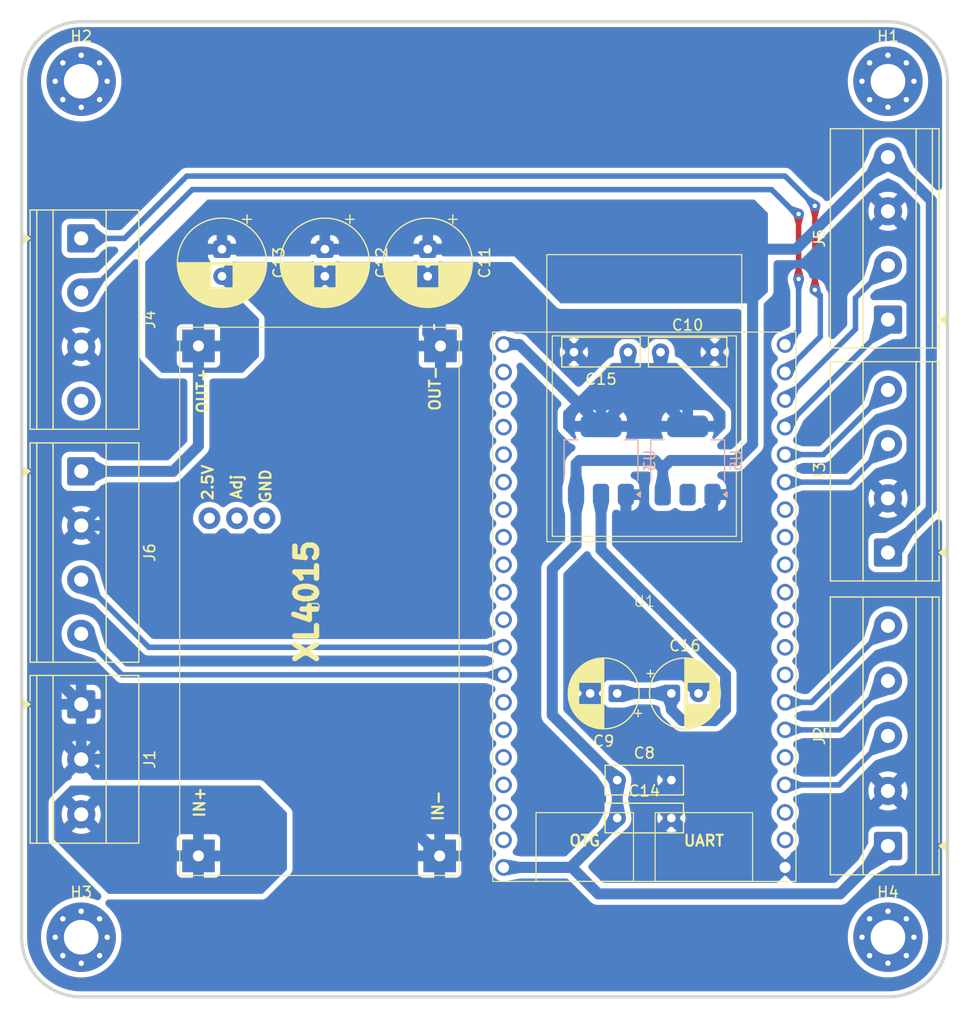
<source format=kicad_pcb>
(kicad_pcb (version 20241229) (generator "pcbnew") (generator_version "9.0")
  (layers (0 "F.Cu" signal) (2 "B.Cu" signal) (13 "F.Paste" user) (15 "B.Paste" user) (5 "F.SilkS" user "F.Silkscreen") (7 "B.SilkS" user "B.Silkscreen") (1 "F.Mask" user) (3 "B.Mask" user) (25 "Edge.Cuts" user))
  (net 0 "")
  (net 1 "GND")
  (net 2 "+5V")
  (net 3 "+3.3V")
  (net 4 "+15V")
  (net 5 "ENC_A")
  (net 6 "ENC_I")
  (net 7 "ENC_B")
  (net 8 "X1_IN")
  (net 9 "X2_IN")
  (net 10 "RX0")
  (net 11 "TX0")
  (net 12 "X3_IN")
  (net 13 "X4_IN")
  (net 14 "X6_IN")
  (net 15 "X5_IN")
  (net 16 "CAM_HREF")
  (net 17 "CAM_SIOC")
  (net 18 "PSRAM3")
  (net 19 "CAM_PCLK")
  (net 20 "CAM_VYSNC")
  (net 21 "CAM_Y8")
  (net 22 "USB_DN")
  (net 23 "SD_CLK")
  (net 24 "PSRAM1")
  (net 25 "X_IN")
  (net 26 "BOOT")
  (net 27 "PSRAM2")
  (net 29 "CAM_Y9")
  (net 30 "nRST")
  (net 31 "CAM_Y4")
  (net 32 "SD_CMD")
  (net 33 "USB_DP")
  (net 34 "CAM_SIOD")
  (net 35 "SD_DATA")
  (net 36 "CAM_Y6")
  (net 37 "CAM_Y7")
  (net 38 "CAM_Y5")
  (net 39 "CAM_Y3")
  (net 40 "CAM_XCLK")
  (net 41 "CAM_Y2")
  (footprint "TerminalBlock_Phoenix:TerminalBlock_Phoenix_MKDS-1,5-4_1x04_P5.00mm_Horizontal" (layer "F.Cu") (at 125 82.5 -90)
    (property "Reference" "J4" (at 7.5 -6.32 90) (layer "F.SilkS"))
    (property "Value" "Uart")
    (pad "1" thru_hole roundrect (at 0 0 270) (size 2.6 2.6) (drill 1.3) (layers "*.Cu" "*.Mask") (roundrect_rratio 0.096154) (net 10 "RX0"))
    (pad "2" thru_hole circle (at 5 0 270) (size 2.6 2.6) (drill 1.3) (layers "*.Cu" "*.Mask") (net 11 "TX0"))
    (pad "3" thru_hole circle (at 10 0 270) (size 2.6 2.6) (drill 1.3) (layers "*.Cu" "*.Mask") (net 1 "GND"))
    (pad "4" thru_hole circle (at 15 0 270) (size 2.6 2.6) (drill 1.3) (layers "*.Cu" "*.Mask") (net 3 "+3.3V"))
  )
  (footprint "Capacitor_THT:CP_Radial_D6.3mm_P2.50mm" (layer "F.Cu") (at 174.5 124.5 180)
    (property "Reference" "C9" (at 1.25 -4.4 0) (layer "F.SilkS"))
    (property "Value" "100uF")
    (pad "1" thru_hole roundrect (at 0 0 180) (size 1.6 1.6) (drill 0.8) (layers "*.Cu" "*.Mask") (roundrect_rratio 0.15625) (net 3 "+3.3V"))
    (pad "2" thru_hole circle (at 2.5 0 180) (size 1.6 1.6) (drill 0.8) (layers "*.Cu" "*.Mask") (net 1 "GND"))
  )
  (footprint "MountingHole:MountingHole_3.2mm_M3_Pad_Via" (layer "F.Cu") (at 199.5 68)
    (property "Reference" "H1" (at 0 -4.15 0) (layer "F.SilkS"))
    (property "Value" "MountingHole")
    (pad "1" thru_hole circle (at -2.4 0) (size 0.8 0.8) (drill 0.5) (layers "*.Cu" "*.Mask"))
    (pad "1" thru_hole circle (at -1.697056 -1.697056) (size 0.8 0.8) (drill 0.5) (layers "*.Cu" "*.Mask"))
    (pad "1" thru_hole circle (at -1.697056 1.697056) (size 0.8 0.8) (drill 0.5) (layers "*.Cu" "*.Mask"))
    (pad "1" thru_hole circle (at 0 -2.4) (size 0.8 0.8) (drill 0.5) (layers "*.Cu" "*.Mask"))
    (pad "1" thru_hole circle (at 0 0) (size 6.4 6.4) (drill 3.2) (layers "*.Cu" "*.Mask"))
    (pad "1" thru_hole circle (at 0 2.4) (size 0.8 0.8) (drill 0.5) (layers "*.Cu" "*.Mask"))
    (pad "1" thru_hole circle (at 1.697056 -1.697056) (size 0.8 0.8) (drill 0.5) (layers "*.Cu" "*.Mask"))
    (pad "1" thru_hole circle (at 1.697056 1.697056) (size 0.8 0.8) (drill 0.5) (layers "*.Cu" "*.Mask"))
    (pad "1" thru_hole circle (at 2.4 0) (size 0.8 0.8) (drill 0.5) (layers "*.Cu" "*.Mask"))
  )
  (footprint "Capacitor_THT:CP_Radial_D6.3mm_P2.50mm" (layer "F.Cu") (at 179.5 124.5)
    (property "Reference" "C16" (at 1.25 -4.4 0) (layer "F.SilkS"))
    (property "Value" "100uF")
    (pad "1" thru_hole roundrect (at 0 0) (size 1.6 1.6) (drill 0.8) (layers "*.Cu" "*.Mask") (roundrect_rratio 0.15625) (net 3 "+3.3V"))
    (pad "2" thru_hole circle (at 2.5 0) (size 1.6 1.6) (drill 0.8) (layers "*.Cu" "*.Mask") (net 1 "GND"))
  )
  (footprint "TerminalBlock_Phoenix:TerminalBlock_Phoenix_MKDS-1,5-3-5.08_1x03_P5.08mm_Horizontal" (layer "F.Cu") (at 125 125.5 -90)
    (property "Reference" "J1" (at 5.08 -6.32 90) (layer "F.SilkS"))
    (property "Value" "DC IN")
    (pad "1" thru_hole roundrect (at 0 0 270) (size 2.6 2.6) (drill 1.3) (layers "*.Cu" "*.Mask") (roundrect_rratio 0.096154) (net 1 "GND"))
    (pad "2" thru_hole circle (at 5.08 0 270) (size 2.6 2.6) (drill 1.3) (layers "*.Cu" "*.Mask") (net 1 "GND"))
    (pad "3" thru_hole circle (at 10.16 0 270) (size 2.6 2.6) (drill 1.3) (layers "*.Cu" "*.Mask") (net 4 "+15V"))
  )
  (footprint "Capacitor_THT:C_Disc_D7.0mm_W2.5mm_P5.00mm" (layer "F.Cu") (at 178.5 93)
    (property "Reference" "C10" (at 2.5 -2.5 0) (layer "F.SilkS"))
    (property "Value" "C104")
    (pad "1" thru_hole circle (at 0 0) (size 1.6 1.6) (drill 0.8) (layers "*.Cu" "*.Mask") (net 3 "+3.3V"))
    (pad "2" thru_hole circle (at 5 0) (size 1.6 1.6) (drill 0.8) (layers "*.Cu" "*.Mask") (net 1 "GND"))
  )
  (footprint "MountingHole:MountingHole_3.2mm_M3_Pad_Via" (layer "F.Cu") (at 199.5 147)
    (property "Reference" "H4" (at 0 -4.15 0) (layer "F.SilkS"))
    (property "Value" "MountingHole")
    (pad "1" thru_hole circle (at -2.4 0) (size 0.8 0.8) (drill 0.5) (layers "*.Cu" "*.Mask"))
    (pad "1" thru_hole circle (at -1.697056 -1.697056) (size 0.8 0.8) (drill 0.5) (layers "*.Cu" "*.Mask"))
    (pad "1" thru_hole circle (at -1.697056 1.697056) (size 0.8 0.8) (drill 0.5) (layers "*.Cu" "*.Mask"))
    (pad "1" thru_hole circle (at 0 -2.4) (size 0.8 0.8) (drill 0.5) (layers "*.Cu" "*.Mask"))
    (pad "1" thru_hole circle (at 0 0) (size 6.4 6.4) (drill 3.2) (layers "*.Cu" "*.Mask"))
    (pad "1" thru_hole circle (at 0 2.4) (size 0.8 0.8) (drill 0.5) (layers "*.Cu" "*.Mask"))
    (pad "1" thru_hole circle (at 1.697056 -1.697056) (size 0.8 0.8) (drill 0.5) (layers "*.Cu" "*.Mask"))
    (pad "1" thru_hole circle (at 1.697056 1.697056) (size 0.8 0.8) (drill 0.5) (layers "*.Cu" "*.Mask"))
    (pad "1" thru_hole circle (at 2.4 0) (size 0.8 0.8) (drill 0.5) (layers "*.Cu" "*.Mask"))
  )
  (footprint "TerminalBlock_Phoenix:TerminalBlock_Phoenix_MKDS-1,5-4_1x04_P5.00mm_Horizontal" (layer "F.Cu") (at 199.5 90 90)
    (property "Reference" "J5" (at 7.5 -6.32 90) (layer "F.SilkS"))
    (property "Value" "Fulse Sensor 2")
    (pad "1" thru_hole roundrect (at 0 0 90) (size 2.6 2.6) (drill 1.3) (layers "*.Cu" "*.Mask") (roundrect_rratio 0.096154) (net 12 "X3_IN"))
    (pad "2" thru_hole circle (at 5 0 90) (size 2.6 2.6) (drill 1.3) (layers "*.Cu" "*.Mask") (net 13 "X4_IN"))
    (pad "3" thru_hole circle (at 10 0 90) (size 2.6 2.6) (drill 1.3) (layers "*.Cu" "*.Mask") (net 1 "GND"))
    (pad "4" thru_hole circle (at 15 0 90) (size 2.6 2.6) (drill 1.3) (layers "*.Cu" "*.Mask") (net 2 "+5V"))
  )
  (footprint "MountingHole:MountingHole_3.2mm_M3_Pad_Via" (layer "F.Cu") (at 125 147)
    (property "Reference" "H3" (at 0 -4.15 0) (layer "F.SilkS"))
    (property "Value" "MountingHole")
    (pad "1" thru_hole circle (at -2.4 0) (size 0.8 0.8) (drill 0.5) (layers "*.Cu" "*.Mask"))
    (pad "1" thru_hole circle (at -1.697056 -1.697056) (size 0.8 0.8) (drill 0.5) (layers "*.Cu" "*.Mask"))
    (pad "1" thru_hole circle (at -1.697056 1.697056) (size 0.8 0.8) (drill 0.5) (layers "*.Cu" "*.Mask"))
    (pad "1" thru_hole circle (at 0 -2.4) (size 0.8 0.8) (drill 0.5) (layers "*.Cu" "*.Mask"))
    (pad "1" thru_hole circle (at 0 0) (size 6.4 6.4) (drill 3.2) (layers "*.Cu" "*.Mask"))
    (pad "1" thru_hole circle (at 0 2.4) (size 0.8 0.8) (drill 0.5) (layers "*.Cu" "*.Mask"))
    (pad "1" thru_hole circle (at 1.697056 -1.697056) (size 0.8 0.8) (drill 0.5) (layers "*.Cu" "*.Mask"))
    (pad "1" thru_hole circle (at 1.697056 1.697056) (size 0.8 0.8) (drill 0.5) (layers "*.Cu" "*.Mask"))
    (pad "1" thru_hole circle (at 2.4 0) (size 0.8 0.8) (drill 0.5) (layers "*.Cu" "*.Mask"))
  )
  (footprint "Capacitor_THT:CP_Radial_D8.0mm_P2.50mm" (layer "F.Cu") (at 138 83.5 -90)
    (property "Reference" "C13" (at 1.25 -5.25 90) (layer "F.SilkS"))
    (property "Value" "330uF")
    (pad "1" thru_hole roundrect (at 0 0 270) (size 1.6 1.6) (drill 0.8) (layers "*.Cu" "*.Mask") (roundrect_rratio 0.15625) (net 2 "+5V"))
    (pad "2" thru_hole circle (at 2.5 0 270) (size 1.6 1.6) (drill 0.8) (layers "*.Cu" "*.Mask") (net 1 "GND"))
  )
  (footprint "TerminalBlock_Phoenix:TerminalBlock_Phoenix_MKDS-1,5-4_1x04_P5.00mm_Horizontal" (layer "F.Cu") (at 125 104 -90)
    (property "Reference" "J6" (at 7.5 -6.32 90) (layer "F.SilkS"))
    (property "Value" "Fulse Sensor 3")
    (pad "1" thru_hole roundrect (at 0 0 270) (size 2.6 2.6) (drill 1.3) (layers "*.Cu" "*.Mask") (roundrect_rratio 0.096154) (net 2 "+5V"))
    (pad "2" thru_hole circle (at 5 0 270) (size 2.6 2.6) (drill 1.3) (layers "*.Cu" "*.Mask") (net 1 "GND"))
    (pad "3" thru_hole circle (at 10 0 270) (size 2.6 2.6) (drill 1.3) (layers "*.Cu" "*.Mask") (net 15 "X5_IN"))
    (pad "4" thru_hole circle (at 15 0 270) (size 2.6 2.6) (drill 1.3) (layers "*.Cu" "*.Mask") (net 14 "X6_IN"))
  )
  (footprint "Capacitor_THT:C_Disc_D7.0mm_W2.5mm_P5.00mm" (layer "F.Cu") (at 175.5 93 180)
    (property "Reference" "C15" (at 2.5 -2.5 0) (layer "F.SilkS"))
    (property "Value" "C104")
    (pad "1" thru_hole circle (at 0 0 180) (size 1.6 1.6) (drill 0.8) (layers "*.Cu" "*.Mask") (net 3 "+3.3V"))
    (pad "2" thru_hole circle (at 5 0 180) (size 1.6 1.6) (drill 0.8) (layers "*.Cu" "*.Mask") (net 1 "GND"))
  )
  (footprint "Module_MCU:ESP32-S3-CAM" (layer "F.Cu") (at 177 116.5)
    (property "Reference" "U1" (at 0 -0.5 0) (layer "F.SilkS") (effects (font (thickness 0.1))))
    (property "Value" "~")
    (fp_text user "OTG" (at -5.5 22.175 0) (layer "F.SilkS") (effects (font (thickness 0.2) (bold yes)) (justify bottom)))
    (fp_text user "UART" (at 5.5 22.175 0) (layer "F.SilkS") (effects (font (thickness 0.2) (bold yes)) (justify bottom)))
    (pad "J1_2" thru_hole circle (at -13 -24.2) (size 1.53 1.53) (drill 1.02) (layers "*.Cu" "*.Mask") (net 3 "+3.3V"))
    (pad "J1_3" thru_hole circle (at -13 -21.66) (size 1.53 1.53) (drill 1.02) (layers "*.Cu" "*.Mask") (net 30 "nRST"))
    (pad "J1_4" thru_hole circle (at -13 -19.12) (size 1.53 1.53) (drill 1.02) (layers "*.Cu" "*.Mask") (net 34 "CAM_SIOD"))
    (pad "J1_5" thru_hole circle (at -13 -16.58) (size 1.53 1.53) (drill 1.02) (layers "*.Cu" "*.Mask") (net 17 "CAM_SIOC"))
    (pad "J1_6" thru_hole circle (at -13 -14.04) (size 1.53 1.53) (drill 1.02) (layers "*.Cu" "*.Mask") (net 20 "CAM_VYSNC"))
    (pad "J1_7" thru_hole circle (at -13 -11.5) (size 1.53 1.53) (drill 1.02) (layers "*.Cu" "*.Mask") (net 16 "CAM_HREF"))
    (pad "J1_8" thru_hole circle (at -13 -8.96) (size 1.53 1.53) (drill 1.02) (layers "*.Cu" "*.Mask") (net 40 "CAM_XCLK"))
    (pad "J1_9" thru_hole circle (at -13 -6.42) (size 1.53 1.53) (drill 1.02) (layers "*.Cu" "*.Mask") (net 29 "CAM_Y9"))
    (pad "J1_10" thru_hole circle (at -13 -3.88) (size 1.53 1.53) (drill 1.02) (layers "*.Cu" "*.Mask") (net 21 "CAM_Y8"))
    (pad "J1_11" thru_hole circle (at -13 -1.34) (size 1.53 1.53) (drill 1.02) (layers "*.Cu" "*.Mask") (net 37 "CAM_Y7"))
    (pad "J1_12" thru_hole circle (at -13 1.2) (size 1.53 1.53) (drill 1.02) (layers "*.Cu" "*.Mask") (net 31 "CAM_Y4"))
    (pad "J1_13" thru_hole circle (at -13 3.74) (size 1.53 1.53) (drill 1.02) (layers "*.Cu" "*.Mask") (net 15 "X5_IN"))
    (pad "J1_14" thru_hole circle (at -13 6.28) (size 1.53 1.53) (drill 1.02) (layers "*.Cu" "*.Mask") (net 14 "X6_IN"))
    (pad "J1_15" thru_hole circle (at -13 8.82) (size 1.53 1.53) (drill 1.02) (layers "*.Cu" "*.Mask") (net 39 "CAM_Y3"))
    (pad "J1_16" thru_hole circle (at -13 11.36) (size 1.53 1.53) (drill 1.02) (layers "*.Cu" "*.Mask") (net 38 "CAM_Y5"))
    (pad "J1_17" thru_hole circle (at -13 13.9) (size 1.53 1.53) (drill 1.02) (layers "*.Cu" "*.Mask") (net 41 "CAM_Y2"))
    (pad "J1_18" thru_hole circle (at -13 16.44) (size 1.53 1.53) (drill 1.02) (layers "*.Cu" "*.Mask") (net 36 "CAM_Y6"))
    (pad "J1_19" thru_hole circle (at -13 18.98) (size 1.53 1.53) (drill 1.02) (layers "*.Cu" "*.Mask") (net 19 "CAM_PCLK"))
    (pad "J1_20" thru_hole circle (at -13 21.52) (size 1.53 1.53) (drill 1.02) (layers "*.Cu" "*.Mask"))
    (pad "J1_21" thru_hole circle (at -13 24.06) (size 1.53 1.53) (drill 1.02) (layers "*.Cu" "*.Mask") (net 2 "+5V"))
    (pad "J3_2" thru_hole circle (at 13 -24.2) (size 1.53 1.53) (drill 1.02) (layers "*.Cu" "*.Mask") (net 11 "TX0"))
    (pad "J3_3" thru_hole circle (at 13 -21.66) (size 1.53 1.53) (drill 1.02) (layers "*.Cu" "*.Mask") (net 10 "RX0"))
    (pad "J3_4" thru_hole circle (at 13 -19.12) (size 1.53 1.53) (drill 1.02) (layers "*.Cu" "*.Mask") (net 13 "X4_IN"))
    (pad "J3_5" thru_hole circle (at 13 -16.58) (size 1.53 1.53) (drill 1.02) (layers "*.Cu" "*.Mask") (net 12 "X3_IN"))
    (pad "J3_6" thru_hole circle (at 13 -14.04) (size 1.53 1.53) (drill 1.02) (layers "*.Cu" "*.Mask") (net 9 "X2_IN"))
    (pad "J3_7" thru_hole circle (at 13 -11.5) (size 1.53 1.53) (drill 1.02) (layers "*.Cu" "*.Mask") (net 8 "X1_IN"))
    (pad "J3_8" thru_hole circle (at 13 -8.96) (size 1.53 1.53) (drill 1.02) (layers "*.Cu" "*.Mask") (net 35 "SD_DATA"))
    (pad "J3_9" thru_hole circle (at 13 -6.42) (size 1.53 1.53) (drill 1.02) (layers "*.Cu" "*.Mask") (net 23 "SD_CLK"))
    (pad "J3_10" thru_hole circle (at 13 -3.88) (size 1.53 1.53) (drill 1.02) (layers "*.Cu" "*.Mask") (net 32 "SD_CMD"))
    (pad "J3_11" thru_hole circle (at 13 -1.34) (size 1.53 1.53) (drill 1.02) (layers "*.Cu" "*.Mask") (net 18 "PSRAM3"))
    (pad "J3_12" thru_hole circle (at 13 1.2) (size 1.53 1.53) (drill 1.02) (layers "*.Cu" "*.Mask") (net 27 "PSRAM2"))
    (pad "J3_13" thru_hole circle (at 13 3.74) (size 1.53 1.53) (drill 1.02) (layers "*.Cu" "*.Mask") (net 24 "PSRAM1"))
    (pad "J3_14" thru_hole circle (at 13 6.28) (size 1.53 1.53) (drill 1.02) (layers "*.Cu" "*.Mask") (net 26 "BOOT"))
    (pad "J3_15" thru_hole circle (at 13 8.82) (size 1.53 1.53) (drill 1.02) (layers "*.Cu" "*.Mask") (net 6 "ENC_I"))
    (pad "J3_16" thru_hole circle (at 13 11.36) (size 1.53 1.53) (drill 1.02) (layers "*.Cu" "*.Mask") (net 7 "ENC_B"))
    (pad "J3_17" thru_hole circle (at 13 13.9) (size 1.53 1.53) (drill 1.02) (layers "*.Cu" "*.Mask") (net 25 "X_IN"))
    (pad "J3_18" thru_hole circle (at 13 16.44) (size 1.53 1.53) (drill 1.02) (layers "*.Cu" "*.Mask") (net 5 "ENC_A"))
    (pad "J3_19" thru_hole circle (at 13 18.98) (size 1.53 1.53) (drill 1.02) (layers "*.Cu" "*.Mask") (net 33 "USB_DP"))
    (pad "J3_20" thru_hole circle (at 13 21.52) (size 1.53 1.53) (drill 1.02) (layers "*.Cu" "*.Mask") (net 22 "USB_DN"))
    (pad "J3_21" thru_hole circle (at 13 24.06) (size 1.53 1.53) (drill 1.02) (layers "*.Cu" "*.Mask") (net 1 "GND"))
  )
  (footprint "Capacitor_THT:C_Disc_D7.0mm_W2.5mm_P5.00mm" (layer "F.Cu") (at 174.5 132.5)
    (property "Reference" "C8" (at 2.5 -2.5 0) (layer "F.SilkS"))
    (property "Value" "C104")
    (pad "1" thru_hole circle (at 0 0) (size 1.6 1.6) (drill 0.8) (layers "*.Cu" "*.Mask") (net 2 "+5V"))
    (pad "2" thru_hole circle (at 5 0) (size 1.6 1.6) (drill 0.8) (layers "*.Cu" "*.Mask") (net 1 "GND"))
  )
  (footprint "Capacitor_THT:CP_Radial_D8.0mm_P2.50mm" (layer "F.Cu") (at 157 83.5 -90)
    (property "Reference" "C11" (at 1.25 -5.25 90) (layer "F.SilkS"))
    (property "Value" "330uF")
    (pad "1" thru_hole roundrect (at 0 0 270) (size 1.6 1.6) (drill 0.8) (layers "*.Cu" "*.Mask") (roundrect_rratio 0.15625) (net 2 "+5V"))
    (pad "2" thru_hole circle (at 2.5 0 270) (size 1.6 1.6) (drill 0.8) (layers "*.Cu" "*.Mask") (net 1 "GND"))
  )
  (footprint "Capacitor_THT:C_Disc_D7.0mm_W2.5mm_P5.00mm" (layer "F.Cu") (at 174.5 136)
    (property "Reference" "C14" (at 2.5 -2.5 0) (layer "F.SilkS"))
    (property "Value" "C104")
    (pad "1" thru_hole circle (at 0 0) (size 1.6 1.6) (drill 0.8) (layers "*.Cu" "*.Mask") (net 2 "+5V"))
    (pad "2" thru_hole circle (at 5 0) (size 1.6 1.6) (drill 0.8) (layers "*.Cu" "*.Mask") (net 1 "GND"))
  )
  (footprint "Capacitor_THT:CP_Radial_D8.0mm_P2.50mm" (layer "F.Cu") (at 147.5 83.5 -90)
    (property "Reference" "C12" (at 1.25 -5.25 90) (layer "F.SilkS"))
    (property "Value" "330uF")
    (pad "1" thru_hole roundrect (at 0 0 270) (size 1.6 1.6) (drill 0.8) (layers "*.Cu" "*.Mask") (roundrect_rratio 0.15625) (net 2 "+5V"))
    (pad "2" thru_hole circle (at 2.5 0 270) (size 1.6 1.6) (drill 0.8) (layers "*.Cu" "*.Mask") (net 1 "GND"))
  )
  (footprint "TerminalBlock_Phoenix:TerminalBlock_Phoenix_MKDS-1,5-4_1x04_P5.00mm_Horizontal" (layer "F.Cu") (at 199.5 111.5 90)
    (property "Reference" "J3" (at 7.5 -6.32 90) (layer "F.SilkS"))
    (property "Value" "Fulse Sensor")
    (pad "1" thru_hole roundrect (at 0 0 90) (size 2.6 2.6) (drill 1.3) (layers "*.Cu" "*.Mask") (roundrect_rratio 0.096154) (net 2 "+5V"))
    (pad "2" thru_hole circle (at 5 0 90) (size 2.6 2.6) (drill 1.3) (layers "*.Cu" "*.Mask") (net 1 "GND"))
    (pad "3" thru_hole circle (at 10 0 90) (size 2.6 2.6) (drill 1.3) (layers "*.Cu" "*.Mask") (net 8 "X1_IN"))
    (pad "4" thru_hole circle (at 15 0 90) (size 2.6 2.6) (drill 1.3) (layers "*.Cu" "*.Mask") (net 9 "X2_IN"))
  )
  (footprint "MountingHole:MountingHole_3.2mm_M3_Pad_Via" (layer "F.Cu") (at 125 68)
    (property "Reference" "H2" (at 0 -4.15 0) (layer "F.SilkS"))
    (property "Value" "MountingHole")
    (pad "1" thru_hole circle (at -2.4 0) (size 0.8 0.8) (drill 0.5) (layers "*.Cu" "*.Mask"))
    (pad "1" thru_hole circle (at -1.697056 -1.697056) (size 0.8 0.8) (drill 0.5) (layers "*.Cu" "*.Mask"))
    (pad "1" thru_hole circle (at -1.697056 1.697056) (size 0.8 0.8) (drill 0.5) (layers "*.Cu" "*.Mask"))
    (pad "1" thru_hole circle (at 0 -2.4) (size 0.8 0.8) (drill 0.5) (layers "*.Cu" "*.Mask"))
    (pad "1" thru_hole circle (at 0 0) (size 6.4 6.4) (drill 3.2) (layers "*.Cu" "*.Mask"))
    (pad "1" thru_hole circle (at 0 2.4) (size 0.8 0.8) (drill 0.5) (layers "*.Cu" "*.Mask"))
    (pad "1" thru_hole circle (at 1.697056 -1.697056) (size 0.8 0.8) (drill 0.5) (layers "*.Cu" "*.Mask"))
    (pad "1" thru_hole circle (at 1.697056 1.697056) (size 0.8 0.8) (drill 0.5) (layers "*.Cu" "*.Mask"))
    (pad "1" thru_hole circle (at 2.4 0) (size 0.8 0.8) (drill 0.5) (layers "*.Cu" "*.Mask"))
  )
  (footprint "TerminalBlock_Phoenix:TerminalBlock_Phoenix_MKDS-1,5-5-5.08_1x05_P5.08mm_Horizontal" (layer "F.Cu") (at 199.5 138.58 90)
    (property "Reference" "J2" (at 10.16 -6.32 90) (layer "F.SilkS"))
    (property "Value" "Encoder")
    (pad "1" thru_hole roundrect (at 0 0 90) (size 2.6 2.6) (drill 1.3) (layers "*.Cu" "*.Mask") (roundrect_rratio 0.096154) (net 2 "+5V"))
    (pad "2" thru_hole circle (at 5.08 0 90) (size 2.6 2.6) (drill 1.3) (layers "*.Cu" "*.Mask") (net 1 "GND"))
    (pad "3" thru_hole circle (at 10.16 0 90) (size 2.6 2.6) (drill 1.3) (layers "*.Cu" "*.Mask") (net 5 "ENC_A"))
    (pad "4" thru_hole circle (at 15.24 0 90) (size 2.6 2.6) (drill 1.3) (layers "*.Cu" "*.Mask") (net 7 "ENC_B"))
    (pad "5" thru_hole circle (at 20.32 0 90) (size 2.6 2.6) (drill 1.3) (layers "*.Cu" "*.Mask") (net 6 "ENC_I"))
  )
  (footprint "Module_Powers:XL4015_CVCC_Module" (layer "F.Cu") (at 147 116 90)
    (property "Reference" "U4" (at 0 -0.5 90) (layer "F.SilkS") (effects (font (thickness 0.1))))
    (property "Value" "XL4015_Module(CC-CV)")
    (fp_text user "GND" (at 8.9916 -4.3942 90) (layer "F.SilkS") (effects (font (thickness 0.2) (bold yes)) (justify left bottom)))
    (fp_text user "IN-" (at -18.8722 11.5316 90) (layer "F.SilkS") (effects (font (thickness 0.2) (bold yes)) (justify bottom)))
    (fp_text user "2.5V" (at 9.2202 -9.7282 90) (layer "F.SilkS") (effects (font (thickness 0.2) (bold yes)) (justify left bottom)))
    (fp_text user "OUT-" (at 19.6596 11.2522 90) (layer "F.SilkS") (effects (font (thickness 0.2) (bold yes)) (justify bottom)))
    (fp_text user "IN+" (at -18.542 -10.4902 90) (layer "F.SilkS") (effects (font (thickness 0.2) (bold yes)) (justify bottom)))
    (fp_text user "OUT+" (at 19.431 -10.2108 90) (layer "F.SilkS") (effects (font (thickness 0.2) (bold yes)) (justify bottom)))
    (fp_text user "XL4015" (at 0 0 90) (layer "F.SilkS") (effects (font (size 2 2) (thickness 0.5) (bold yes)) (justify bottom)))
    (fp_text user "Adj" (at 9.3218 -7.0866 90) (layer "F.SilkS") (effects (font (thickness 0.2) (bold yes)) (justify left bottom)))
    (pad "1" thru_hole rect (at -23.495 -11.176 90) (size 3 3) (drill 1.02) (layers "*.Cu" "*.Mask") (net 4 "+15V"))
    (pad "2" thru_hole rect (at -23.495 11.0998 90) (size 3 3) (drill 1.02) (layers "*.Cu" "*.Mask") (net 1 "GND"))
    (pad "3" thru_hole rect (at 23.5712 -11.176 90) (size 3 3) (drill 1.02) (layers "*.Cu" "*.Mask") (net 2 "+5V"))
    (pad "4" thru_hole rect (at 23.5712 11.176 90) (size 3 3) (drill 1.02) (layers "*.Cu" "*.Mask") (net 1 "GND"))
    (pad "5" thru_hole circle (at 7.6708 -10.16 90) (size 2 2) (drill 1.02) (layers "*.Cu" "*.Mask"))
    (pad "6" thru_hole circle (at 7.6708 -7.62 90) (size 2 2) (drill 1.02) (layers "*.Cu" "*.Mask"))
    (pad "7" thru_hole circle (at 7.6708 -5.08 90) (size 2 2) (drill 1.02) (layers "*.Cu" "*.Mask"))
  )
  (footprint "Package_TO_SOT_SMD:SOT-223-3_TabPin2" (layer "B.Cu") (at 173 103 90)
    (property "Reference" "U3" (at 0 4.5 90) (layer "B.SilkS") (effects (justify mirror)))
    (property "Value" "AMS1117-3.3")
    (pad "1" smd roundrect (at -3.15 2.3 90) (size 2 1.5) (layers "B.Cu" "B.Mask" "B.Paste") (net 1 "GND"))
    (pad "2" smd roundrect (at -3.15 0 90) (size 2 1.5) (layers "B.Cu" "B.Mask" "B.Paste") (net 3 "+3.3V"))
    (pad "2" smd roundrect (at 3.15 0 90) (size 2 3.8) (layers "B.Cu" "B.Mask" "B.Paste") (net 3 "+3.3V"))
    (pad "3" smd roundrect (at -3.15 -2.3 90) (size 2 1.5) (layers "B.Cu" "B.Mask" "B.Paste") (net 2 "+5V"))
  )
  (footprint "Package_TO_SOT_SMD:SOT-223-3_TabPin2" (layer "B.Cu") (at 181 103 90)
    (property "Reference" "U5" (at 0 4.5 90) (layer "B.SilkS") (effects (justify mirror)))
    (property "Value" "AMS1117-3.3")
    (pad "1" smd roundrect (at -3.15 2.3 90) (size 2 1.5) (layers "B.Cu" "B.Mask" "B.Paste") (net 1 "GND"))
    (pad "2" smd roundrect (at -3.15 0 90) (size 2 1.5) (layers "B.Cu" "B.Mask" "B.Paste") (net 3 "+3.3V"))
    (pad "2" smd roundrect (at 3.15 0 90) (size 2 3.8) (layers "B.Cu" "B.Mask" "B.Paste") (net 3 "+3.3V"))
    (pad "3" smd roundrect (at -3.15 -2.3 90) (size 2 1.5) (layers "B.Cu" "B.Mask" "B.Paste") (net 2 "+5V"))
  )
  (gr_arc (start 125 152.5) (mid 121.110913 150.889087) (end 119.5 147) (stroke (width 0.3)) (layer "Edge.Cuts"))
  (gr_line (start 199.5 152.5) (end 125 152.5) (stroke (width 0.3)) (layer "Edge.Cuts"))
  (gr_arc (start 119.5 68) (mid 121.110913 64.110913) (end 125 62.5) (stroke (width 0.3)) (layer "Edge.Cuts"))
  (gr_line (start 125 62.5) (end 199.5 62.5) (stroke (width 0.3)) (layer "Edge.Cuts"))
  (gr_line (start 119.5 147) (end 119.5 68) (stroke (width 0.3)) (layer "Edge.Cuts"))
  (gr_arc (start 205 147) (mid 203.389087 150.889087) (end 199.5 152.5) (stroke (width 0.3)) (layer "Edge.Cuts"))
  (gr_line (start 205 68) (end 205 147) (stroke (width 0.3)) (layer "Edge.Cuts"))
  (gr_arc (start 199.5 62.5) (mid 203.389087 64.110913) (end 205 68) (stroke (width 0.3)) (layer "Edge.Cuts"))
  (segment (start 125 92.5) (end 121.5 96) (width 0.508) (layer "B.Cu") (net 1))
  (segment (start 157 86) (end 157 91.2528) (width 1.016) (layer "B.Cu") (net 1))
  (segment (start 172 123.36863) (end 172.58403 122.7846) (width 1.016) (layer "B.Cu") (net 1))
  (segment (start 175.3 106.15) (end 175.3 108.3) (width 1.016) (layer "B.Cu") (net 1))
  (segment (start 199.5 133.5) (end 192.44 140.56) (width 1.016) (layer "B.Cu") (net 1))
  (segment (start 174 128.5) (end 177.5 128.5) (width 1.016) (layer "B.Cu") (net 1))
  (segment (start 188 128.5) (end 184 132.5) (width 1.016) (layer "B.Cu") (net 1))
  (segment (start 172 126.5) (end 174 128.5) (width 1.016) (layer "B.Cu") (net 1))
  (segment (start 125 125.5) (end 122 122.5) (width 1.016) (layer "B.Cu") (net 1))
  (segment (start 138 86) (end 147.5 86) (width 1.016) (layer "B.Cu") (net 1))
  (segment (start 183.3 107.15) (end 183.3 106.15) (width 1.016) (layer "B.Cu") (net 1))
  (segment (start 177 110) (end 180.45 110) (width 1.016) (layer "B.Cu") (net 1))
  (segment (start 137.633385 110.2446) (end 138.11 109.767985) (width 1.016) (layer "B.Cu") (net 1))
  (segment (start 172 124.5) (end 172 126.5) (width 1.016) (layer "B.Cu") (net 1))
  (segment (start 143.8354 109.122585) (end 143.8354 109) (width 1.016) (layer "B.Cu") (net 1))
  (segment (start 138.11 109.767985) (end 138.586615 110.2446) (width 1.016) (layer "B.Cu") (net 1))
  (segment (start 184 132.5) (end 179.5 132.5) (width 1.016) (layer "B.Cu") (net 1))
  (segment (start 181.41597 122.7846) (end 182 123.36863) (width 1.016) (layer "B.Cu") (net 1))
  (segment (start 180.45 110) (end 183.3 107.15) (width 1.016) (layer "B.Cu") (net 1))
  (segment (start 140.173385 110.2446) (end 140.65 109.767985) (width 1.016) (layer "B.Cu") (net 1))
  (segment (start 184.06 140.56) (end 190 140.56) (width 1.016) (layer "B.Cu") (net 1))
  (segment (start 136.046615 110.2446) (end 137.633385 110.2446) (width 1.016) (layer "B.Cu") (net 1))
  (segment (start 157 86) (end 163.5 86) (width 1.016) (layer "B.Cu") (net 1))
  (segment (start 172 124.5) (end 172 123.36863) (width 1.016) (layer "B.Cu") (net 1))
  (segment (start 181.7846 91.2846) (end 183.5 93) (width 1.016) (layer "B.Cu") (net 1))
  (segment (start 172.2154 91.2846) (end 181.7846 91.2846) (width 1.016) (layer "B.Cu") (net 1))
  (segment (start 143.8354 109) (end 147.75 109) (width 1.016) (layer "B.Cu") (net 1))
  (segment (start 141.126615 110.2446) (end 142.713385 110.2446) (width 1.016) (layer "B.Cu") (net 1))
  (segment (start 122 112) (end 125 109) (width 1.016) (layer "B.Cu") (net 1))
  (segment (start 134.9246 109) (end 134.9246 109.122585) (width 1.016) (layer "B.Cu") (net 1))
  (segment (start 163.5 86) (end 170.5 93) (width 1.016) (layer "B.Cu") (net 1))
  (segment (start 179.5 132.5) (end 179.5 136) (width 1.016) (layer "B.Cu") (net 1))
  (segment (start 125 109) (end 134.9246 109) (width 1.016) (layer "B.Cu") (net 1))
  (segment (start 149.1848 130.58) (end 158.0998 139.495) (width 1.016) (layer "B.Cu") (net 1))
  (segment (start 121.5 105.5) (end 125 109) (width 0.508) (layer "B.Cu") (net 1))
  (segment (start 177.5 128.5) (end 179.5 130.5) (width 1.016) (layer "B.Cu") (net 1))
  (segment (start 125 125.5) (end 125 130.58) (width 1.016) (layer "B.Cu") (net 1))
  (segment (start 179.5 136) (end 184.06 140.56) (width 1.016) (layer "B.Cu") (net 1))
  (segment (start 157 91.2528) (end 158.176 92.4288) (width 1.016) (layer "B.Cu") (net 1))
  (segment (start 192.44 140.56) (end 190 140.56) (width 1.016) (layer "B.Cu") (net 1))
  (segment (start 199.5 106.5) (end 201.4614 104.5386) (width 0.508) (layer "B.Cu") (net 1))
  (segment (start 183.3 113.8) (end 188 118.5) (width 1.016) (layer "B.Cu") (net 1))
  (segment (start 147.75 109) (end 158.176 98.574) (width 1.016) (layer "B.Cu") (net 1))
  (segment (start 170.5 93) (end 172.2154 91.2846) (width 1.016) (layer "B.Cu") (net 1))
  (segment (start 201.4614 104.5386) (end 201.4614 81.9614) (width 0.508) (layer "B.Cu") (net 1))
  (segment (start 179.5 130.5) (end 179.5 132.5) (width 1.016) (layer "B.Cu") (net 1))
  (segment (start 142.713385 110.2446) (end 143.8354 109.122585) (width 1.016) (layer "B.Cu") (net 1))
  (segment (start 121.5 96) (end 121.5 105.5) (width 0.508) (layer "B.Cu") (net 1))
  (segment (start 147.5 86) (end 157 86) (width 1.016) (layer "B.Cu") (net 1))
  (segment (start 125 130.58) (end 149.1848 130.58) (width 1.016) (layer "B.Cu") (net 1))
  (segment (start 182 123.36863) (end 182 124.5) (width 1.016) (layer "B.Cu") (net 1))
  (segment (start 188 118.5) (end 188 128.5) (width 1.016) (layer "B.Cu") (net 1))
  (segment (start 140.65 109.767985) (end 141.126615 110.2446) (width 1.016) (layer "B.Cu") (net 1))
  (segment (start 158.176 98.574) (end 158.176 92.4288) (width 1.016) (layer "B.Cu") (net 1))
  (segment (start 175.3 108.3) (end 177 110) (width 1.016) (layer "B.Cu") (net 1))
  (segment (start 134.9246 109.122585) (end 136.046615 110.2446) (width 1.016) (layer "B.Cu") (net 1))
  (segment (start 172.58403 122.7846) (end 181.41597 122.7846) (width 1.016) (layer "B.Cu") (net 1))
  (segment (start 122 122.5) (end 122 112) (width 1.016) (layer "B.Cu") (net 1))
  (segment (start 138.586615 110.2446) (end 140.173385 110.2446) (width 1.016) (layer "B.Cu") (net 1))
  (segment (start 183.3 106.15) (end 183.3 113.8) (width 1.016) (layer "B.Cu") (net 1))
  (segment (start 201.4614 81.9614) (end 199.5 80) (width 0.508) (layer "B.Cu") (net 1))
  (segment (start 170.7 103.3) (end 170.7 106.15) (width 1.016) (layer "B.Cu") (net 2))
  (segment (start 174.5 136.25) (end 174.5 136) (width 1.016) (layer "B.Cu") (net 2))
  (segment (start 203.5 107.5) (end 199.5 111.5) (width 1.016) (layer "B.Cu") (net 2))
  (segment (start 168.5 126.5) (end 174.5 132.5) (width 1.016) (layer "B.Cu") (net 2))
  (segment (start 178.7 103.7) (end 179.4 103) (width 1.016) (layer "B.Cu") (net 2))
  (segment (start 170.31 140.56) (end 172.75 143) (width 1.016) (layer "B.Cu") (net 2))
  (segment (start 199.5 75) (end 203.5 79) (width 1.016) (layer "B.Cu") (net 2))
  (segment (start 187 83.5) (end 157 83.5) (width 1.016) (layer "B.Cu") (net 2))
  (segment (start 178.7 106.15) (end 178.7 103.7) (width 1.016) (layer "B.Cu") (net 2))
  (segment (start 185.5 103) (end 187 101.5) (width 1.016) (layer "B.Cu") (net 2))
  (segment (start 170.7 106.15) (end 170.7 110.8) (width 1.016) (layer "B.Cu") (net 2))
  (segment (start 133.487008 104) (end 135.824 101.663008) (width 1.016) (layer "B.Cu") (net 2))
  (segment (start 178.7 103.7) (end 178 103) (width 1.016) (layer "B.Cu") (net 2))
  (segment (start 178 103) (end 171 103) (width 1.016) (layer "B.Cu") (net 2))
  (segment (start 147.5 83.5) (end 157 83.5) (width 1.016) (layer "B.Cu") (net 2))
  (segment (start 191 83.5) (end 199.5 75) (width 1.016) (layer "B.Cu") (net 2))
  (segment (start 135.824 84.176) (end 135.824 92.4288) (width 1.016) (layer "B.Cu") (net 2))
  (segment (start 136.5 83.5) (end 135.824 84.176) (width 1.016) (layer "B.Cu") (net 2))
  (segment (start 157 83.5) (end 191 83.5) (width 1.016) (layer "B.Cu") (net 2))
  (segment (start 172.75 143) (end 195.08 143) (width 1.016) (layer "B.Cu") (net 2))
  (segment (start 135.824 101.663008) (end 135.824 92.4288) (width 1.016) (layer "B.Cu") (net 2))
  (segment (start 174.5 132.5) (end 174.5 136) (width 1.016) (layer "B.Cu") (net 2))
  (segment (start 168.5 113) (end 168.5 126.5) (width 1.016) (layer "B.Cu") (net 2))
  (segment (start 164 140.56) (end 170.31 140.56) (width 1.016) (layer "B.Cu") (net 2))
  (segment (start 138 83.5) (end 147.5 83.5) (width 1.016) (layer "B.Cu") (net 2))
  (segment (start 170.7 110.8) (end 168.5 113) (width 1.016) (layer "B.Cu") (net 2))
  (segment (start 125 104) (end 133.487008 104) (width 1.016) (layer "B.Cu") (net 2))
  (segment (start 195.08 143) (end 199.5 138.58) (width 1.016) (layer "B.Cu") (net 2))
  (segment (start 138 83.5) (end 136.5 83.5) (width 1.016) (layer "B.Cu") (net 2))
  (segment (start 187 101.5) (end 187 83.5) (width 1.016) (layer "B.Cu") (net 2))
  (segment (start 179.4 103) (end 185.5 103) (width 1.016) (layer "B.Cu") (net 2))
  (segment (start 171 103) (end 170.7 103.3) (width 1.016) (layer "B.Cu") (net 2))
  (segment (start 203.5 79) (end 203.5 107.5) (width 1.016) (layer "B.Cu") (net 2))
  (segment (start 170.19 140.56) (end 174.5 136.25) (width 1.016) (layer "B.Cu") (net 2))
  (segment (start 164 140.56) (end 170.19 140.56) (width 1.016) (layer "B.Cu") (net 2))
  (segment (start 175.5 93) (end 175.5 97.35) (width 1.016) (layer "B.Cu") (net 3))
  (segment (start 173 106.15) (end 173 111.25) (width 1.016) (layer "B.Cu") (net 3))
  (segment (start 180.5 127) (end 179.5 126) (width 1.016) (layer "B.Cu") (net 3))
  (segment (start 178.5 97.35) (end 181 99.85) (width 1.016) (layer "B.Cu") (net 3))
  (segment (start 178.5 93) (end 178.5 97.35) (width 1.016) (layer "B.Cu") (net 3))
  (segment (start 174.5 124.5) (end 179.5 124.5) (width 1.016) (layer "B.Cu") (net 3))
  (segment (start 173 99.85) (end 165.45 92.3) (width 1.016) (layer "B.Cu") (net 3))
  (segment (start 184.5 122.75) (end 184.5 126) (width 1.016) (layer "B.Cu") (net 3))
  (segment (start 179.5 126) (end 179.5 124.5) (width 1.016) (layer "B.Cu") (net 3))
  (segment (start 165.45 92.3) (end 164 92.3) (width 1.016) (layer "B.Cu") (net 3))
  (segment (start 175.5 97.35) (end 173 99.85) (width 1.016) (layer "B.Cu") (net 3))
  (segment (start 184.5 126) (end 183.5 127) (width 1.016) (layer "B.Cu") (net 3))
  (segment (start 183.5 127) (end 180.5 127) (width 1.016) (layer "B.Cu") (net 3))
  (segment (start 173 99.85) (end 181 99.85) (width 1.016) (layer "B.Cu") (net 3))
  (segment (start 173 111.25) (end 184.5 122.75) (width 1.016) (layer "B.Cu") (net 3))
  (segment (start 125 135.66) (end 128.835 139.495) (width 1.016) (layer "B.Cu") (net 4))
  (segment (start 128.835 139.495) (end 135.824 139.495) (width 1.016) (layer "B.Cu") (net 4))
  (segment (start 194.98 132.94) (end 190 132.94) (width 0.508) (layer "B.Cu") (net 5))
  (segment (start 199.5 128.42) (end 194.98 132.94) (width 0.508) (layer "B.Cu") (net 5))
  (segment (start 199.5 118.26) (end 192.44 125.32) (width 0.508) (layer "B.Cu") (net 6))
  (segment (start 192.44 125.32) (end 190 125.32) (width 0.508) (layer "B.Cu") (net 6))
  (segment (start 194.98 127.86) (end 190 127.86) (width 0.508) (layer "B.Cu") (net 7))
  (segment (start 199.5 123.34) (end 194.98 127.86) (width 0.508) (layer "B.Cu") (net 7))
  (segment (start 196 105) (end 190 105) (width 0.508) (layer "B.Cu") (net 8))
  (segment (start 199.5 101.5) (end 196 105) (width 0.508) (layer "B.Cu") (net 8))
  (segment (start 193.54 102.46) (end 190 102.46) (width 0.508) (layer "B.Cu") (net 9))
  (segment (start 199.5 96.5) (end 193.54 102.46) (width 0.508) (layer "B.Cu") (net 9))
  (segment (start 192.75 87.25) (end 192.75 79.5) (width 0.508) (layer "F.Cu") (net 10))
  (via (at 192.75 79.5) (size 1) (drill 0.4) (layers "F.Cu" "B.Cu") (net 10))
  (via (at 192.75 87.25) (size 1) (drill 0.4) (layers "F.Cu" "B.Cu") (net 10))
  (segment (start 192.75 87.25) (end 193.25 87.75) (width 0.508) (layer "B.Cu") (net 10))
  (segment (start 190 76.75) (end 134.75 76.75) (width 0.508) (layer "B.Cu") (net 10))
  (segment (start 193.25 91.59) (end 190 94.84) (width 0.508) (layer "B.Cu") (net 10))
  (segment (start 193.25 87.75) (end 193.25 91.59) (width 0.508) (layer "B.Cu") (net 10))
  (segment (start 134.75 76.75) (end 129 82.5) (width 0.508) (layer "B.Cu") (net 10))
  (segment (start 192.75 79.5) (end 190 76.75) (width 0.508) (layer "B.Cu") (net 10))
  (segment (start 129 82.5) (end 125 82.5) (width 0.508) (layer "B.Cu") (net 10))
  (segment (start 191.25 80.25) (end 191.25 86.25) (width 0.508) (layer "F.Cu") (net 11))
  (via (at 191.25 86.25) (size 1) (drill 0.4) (layers "F.Cu" "B.Cu") (net 11))
  (via (at 191.25 80.25) (size 1) (drill 0.4) (layers "F.Cu" "B.Cu") (net 11))
  (segment (start 191.25 80.25) (end 191 80.25) (width 0.508) (layer "B.Cu") (net 11))
  (segment (start 191.25 86.25) (end 191.25 91.05) (width 0.508) (layer "B.Cu") (net 11))
  (segment (start 191 80.25) (end 188.75 78) (width 0.508) (layer "B.Cu") (net 11))
  (segment (start 135.25 78) (end 125.75 87.5) (width 0.508) (layer "B.Cu") (net 11))
  (segment (start 188.75 78) (end 135.25 78) (width 0.508) (layer "B.Cu") (net 11))
  (segment (start 125.75 87.5) (end 125 87.5) (width 0.508) (layer "B.Cu") (net 11))
  (segment (start 191.25 91.05) (end 190 92.3) (width 0.508) (layer "B.Cu") (net 11))
  (segment (start 199.5 90.42) (end 190 99.92) (width 0.508) (layer "B.Cu") (net 12))
  (segment (start 199.5 90) (end 199.5 90.42) (width 0.508) (layer "B.Cu") (net 12))
  (segment (start 196.5 90.88) (end 196.5 88) (width 0.508) (layer "B.Cu") (net 13))
  (segment (start 190 97.38) (end 196.5 90.88) (width 0.508) (layer "B.Cu") (net 13))
  (segment (start 196.5 88) (end 199.5 85) (width 0.508) (layer "B.Cu") (net 13))
  (segment (start 125 119) (end 128.78 122.78) (width 0.508) (layer "B.Cu") (net 14))
  (segment (start 128.78 122.78) (end 164 122.78) (width 0.508) (layer "B.Cu") (net 14))
  (segment (start 125 114) (end 131.24 120.24) (width 0.508) (layer "B.Cu") (net 15))
  (segment (start 131.24 120.24) (end 164 120.24) (width 0.508) (layer "B.Cu") (net 15))
  (zone (net 3) (net_name "+3.3V") (layer "B.Cu") (priority 5) (connect_pads (clearance 0.5)) (min_thickness 0.25) (fill yes (thermal_gap 0.5) (thermal_bridge_width 1))
    (polygon (pts (xy 169.5 98.5) (xy 169.5 100) (xy 170.5 101) (xy 183.5 101) (xy 184.5 100) (xy 184.5 98.5) (xy 180 94) (xy 174 94)))
  )
  (zone (net 1) (net_name "GND") (layer "B.Cu") (connect_pads (clearance 0.508)) (min_thickness 0.7) (fill yes (thermal_gap 0.5) (thermal_bridge_width 1) (island_removal_mode 2) (island_area_min 10))
    (polygon (pts (xy 117.5 60.5) (xy 117.5 155) (xy 207 155) (xy 207 60.5)))
  )
  (zone (net 4) (net_name "+15V") (layer "B.Cu") (priority 5) (connect_pads (clearance 0.5)) (min_thickness 0.25) (fill yes (thermal_gap 0.5) (thermal_bridge_width 1))
    (polygon (pts (xy 122.5 134.5) (xy 122.5 138) (xy 127.5 143) (xy 141.75 143) (xy 144 140.75) (xy 144 135.5) (xy 141.5 133) (xy 124 133)))
  )
  (zone (net 2) (net_name "+5V") (layer "B.Cu") (priority 5) (connect_pads (clearance 0.5)) (min_thickness 0.25) (fill yes (thermal_gap 0.5) (thermal_bridge_width 1))
    (polygon (pts (xy 130.915119 84.665119) (xy 130.915119 93.415119) (xy 132.415119 94.915119) (xy 139.915119 94.915119) (xy 141.415119 93.415119) (xy 141.415119 89.915119) (xy 139.915119 88.415119) (xy 137.915119 88.415119) (xy 136.915119 87.415119) (xy 136.915119 83.915119) (xy 136.665119 84.165119) (xy 164.993259 84.165119) (xy 169.264648 88.5) (xy 187.2847 88.5) (xy 188.415119 87.441856) (xy 188.415119 80.165119) (xy 187.165119 78.915119) (xy 136.665119 78.915119)))
  )
)
</source>
